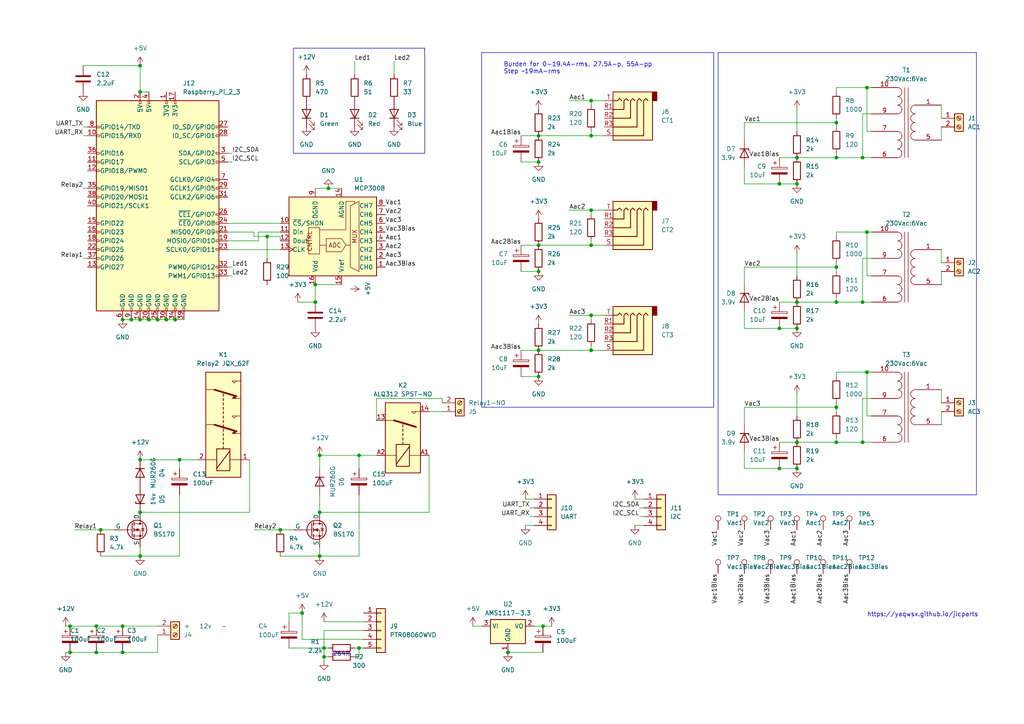
<source format=kicad_sch>
(kicad_sch (version 20230121) (generator eeschema)
  (paper "A4")
  (junction (at 92.71 161.29))
  (junction (at 231.14 45.72))
  (junction (at 250.19 128.27))
  (junction (at 231.14 95.25))
  (junction (at 171.45 39.37))
  (junction (at 93.98 187.96))
  (junction (at 104.14 132.08))
  (junction (at 87.63 177.8))
  (junction (at 43.18 92.71))
  (junction (at 91.44 87.63))
  (junction (at 92.71 148.59))
  (junction (at 242.57 35.56))
  (junction (at 242.57 118.11))
  (junction (at 27.94 189.23))
  (junction (at 251.46 25.4))
  (junction (at 231.14 53.34))
  (junction (at 156.21 71.12))
  (junction (at 156.21 101.6))
  (junction (at 38.1 92.71))
  (junction (at 77.47 68.58))
  (junction (at 242.57 128.27))
  (junction (at 156.21 39.37))
  (junction (at 40.64 148.59))
  (junction (at 40.64 26.67))
  (junction (at 40.64 133.35))
  (junction (at 81.28 153.67))
  (junction (at 40.64 92.71))
  (junction (at 48.26 92.71))
  (junction (at 226.06 135.89))
  (junction (at 171.45 60.96))
  (junction (at 231.14 128.27))
  (junction (at 95.25 54.61))
  (junction (at 35.56 92.71))
  (junction (at 156.21 109.22))
  (junction (at 226.06 53.34))
  (junction (at 171.45 91.44))
  (junction (at 20.32 189.23))
  (junction (at 157.48 181.61))
  (junction (at 226.06 95.25))
  (junction (at 40.64 19.05))
  (junction (at 171.45 71.12))
  (junction (at 27.94 181.61))
  (junction (at 92.71 132.08))
  (junction (at 251.46 67.31))
  (junction (at 35.56 181.61))
  (junction (at 156.21 46.99))
  (junction (at 104.14 187.96))
  (junction (at 251.46 107.95))
  (junction (at 242.57 77.47))
  (junction (at 156.21 78.74))
  (junction (at 250.19 87.63))
  (junction (at 250.19 45.72))
  (junction (at 52.07 133.35))
  (junction (at 231.14 135.89))
  (junction (at 29.21 153.67))
  (junction (at 242.57 87.63))
  (junction (at 50.8 92.71))
  (junction (at 171.45 29.21))
  (junction (at 91.44 82.55))
  (junction (at 171.45 101.6))
  (junction (at 40.64 161.29))
  (junction (at 93.98 190.5))
  (junction (at 35.56 189.23))
  (junction (at 20.32 181.61))
  (junction (at 147.32 189.23))
  (junction (at 231.14 87.63))
  (junction (at 45.72 92.71))
  (junction (at 242.57 45.72))
  (wire (pts (xy 250.19 45.72) (xy 252.73 45.72)))
  (wire (pts (xy 73.66 153.67) (xy 81.28 153.67)))
  (wire (pts (xy 24.13 74.93) (xy 25.4 74.93)))
  (wire (pts (xy 242.57 34.29) (xy 242.57 35.56)))
  (wire (pts (xy 250.19 33.02) (xy 250.19 45.72)))
  (wire (pts (xy 215.9 118.11) (xy 215.9 123.19)))
  (wire (pts (xy 151.13 78.74) (xy 156.21 78.74)))
  (wire (pts (xy 242.57 35.56) (xy 215.9 35.56)))
  (wire (pts (xy 102.87 17.78) (xy 102.87 21.59)))
  (wire (pts (xy 252.73 33.02) (xy 250.19 33.02)))
  (wire (pts (xy 19.05 189.23) (xy 20.32 189.23)))
  (wire (pts (xy 171.45 91.44) (xy 175.26 91.44)))
  (wire (pts (xy 67.31 80.01) (xy 66.04 80.01)))
  (wire (pts (xy 66.04 67.31) (xy 73.66 67.31)))
  (wire (pts (xy 87.63 185.42) (xy 105.41 185.42)))
  (wire (pts (xy 250.19 115.57) (xy 250.19 128.27)))
  (wire (pts (xy 226.06 95.25) (xy 231.14 95.25)))
  (wire (pts (xy 19.05 181.61) (xy 20.32 181.61)))
  (wire (pts (xy 52.07 135.89) (xy 52.07 133.35)))
  (wire (pts (xy 35.56 189.23) (xy 45.72 189.23)))
  (wire (pts (xy 27.94 181.61) (xy 35.56 181.61)))
  (wire (pts (xy 242.57 87.63) (xy 250.19 87.63)))
  (wire (pts (xy 93.98 190.5) (xy 95.25 190.5)))
  (wire (pts (xy 92.71 161.29) (xy 92.71 158.75)))
  (wire (pts (xy 74.93 67.31) (xy 81.28 67.31)))
  (wire (pts (xy 242.57 67.31) (xy 242.57 68.58)))
  (wire (pts (xy 242.57 128.27) (xy 250.19 128.27)))
  (wire (pts (xy 231.14 45.72) (xy 242.57 45.72)))
  (wire (pts (xy 171.45 91.44) (xy 171.45 92.71)))
  (wire (pts (xy 50.8 92.71) (xy 53.34 92.71)))
  (wire (pts (xy 171.45 69.85) (xy 171.45 71.12)))
  (wire (pts (xy 67.31 46.99) (xy 66.04 46.99)))
  (wire (pts (xy 252.73 67.31) (xy 251.46 67.31)))
  (wire (pts (xy 151.13 39.37) (xy 156.21 39.37)))
  (wire (pts (xy 152.4 152.4) (xy 154.94 152.4)))
  (wire (pts (xy 93.98 180.34) (xy 105.41 180.34)))
  (wire (pts (xy 124.46 132.08) (xy 124.46 148.59)))
  (wire (pts (xy 81.28 161.29) (xy 92.71 161.29)))
  (wire (pts (xy 171.45 29.21) (xy 175.26 29.21)))
  (wire (pts (xy 251.46 107.95) (xy 251.46 120.65)))
  (wire (pts (xy 171.45 60.96) (xy 175.26 60.96)))
  (wire (pts (xy 67.31 44.45) (xy 66.04 44.45)))
  (wire (pts (xy 35.56 181.61) (xy 45.72 181.61)))
  (wire (pts (xy 77.47 68.58) (xy 77.47 74.93)))
  (wire (pts (xy 273.05 36.83) (xy 273.05 40.64)))
  (wire (pts (xy 92.71 148.59) (xy 124.46 148.59)))
  (wire (pts (xy 251.46 120.65) (xy 252.73 120.65)))
  (wire (pts (xy 153.67 147.32) (xy 154.94 147.32)))
  (wire (pts (xy 153.67 149.86) (xy 154.94 149.86)))
  (wire (pts (xy 72.39 148.59) (xy 72.39 133.35)))
  (wire (pts (xy 77.47 68.58) (xy 81.28 68.58)))
  (wire (pts (xy 242.57 44.45) (xy 242.57 45.72)))
  (wire (pts (xy 171.45 29.21) (xy 171.45 30.48)))
  (wire (pts (xy 102.87 190.5) (xy 104.14 190.5)))
  (wire (pts (xy 242.57 25.4) (xy 242.57 26.67)))
  (wire (pts (xy 45.72 184.15) (xy 45.72 189.23)))
  (wire (pts (xy 93.98 187.96) (xy 93.98 190.5)))
  (wire (pts (xy 66.04 64.77) (xy 81.28 64.77)))
  (wire (pts (xy 184.15 152.4) (xy 186.69 152.4)))
  (wire (pts (xy 171.45 38.1) (xy 171.45 39.37)))
  (wire (pts (xy 226.06 135.89) (xy 231.14 135.89)))
  (wire (pts (xy 165.1 29.21) (xy 171.45 29.21)))
  (wire (pts (xy 171.45 101.6) (xy 175.26 101.6)))
  (wire (pts (xy 92.71 132.08) (xy 104.14 132.08)))
  (wire (pts (xy 87.63 177.8) (xy 83.82 177.8)))
  (wire (pts (xy 73.66 68.58) (xy 77.47 68.58)))
  (wire (pts (xy 273.05 72.39) (xy 273.05 76.2)))
  (wire (pts (xy 171.45 71.12) (xy 175.26 71.12)))
  (wire (pts (xy 40.64 26.67) (xy 43.18 26.67)))
  (wire (pts (xy 151.13 101.6) (xy 156.21 101.6)))
  (wire (pts (xy 252.73 74.93) (xy 250.19 74.93)))
  (wire (pts (xy 45.72 92.71) (xy 48.26 92.71)))
  (wire (pts (xy 273.05 113.03) (xy 273.05 116.84)))
  (wire (pts (xy 67.31 77.47) (xy 66.04 77.47)))
  (wire (pts (xy 215.9 48.26) (xy 215.9 53.34)))
  (wire (pts (xy 231.14 31.75) (xy 231.14 38.1)))
  (wire (pts (xy 242.57 35.56) (xy 242.57 36.83)))
  (wire (pts (xy 226.06 135.89) (xy 215.9 135.89)))
  (wire (pts (xy 156.21 101.6) (xy 171.45 101.6)))
  (wire (pts (xy 273.05 78.74) (xy 273.05 82.55)))
  (wire (pts (xy 215.9 77.47) (xy 215.9 82.55)))
  (wire (pts (xy 242.57 107.95) (xy 251.46 107.95)))
  (wire (pts (xy 29.21 161.29) (xy 40.64 161.29)))
  (wire (pts (xy 185.42 147.32) (xy 186.69 147.32)))
  (wire (pts (xy 156.21 39.37) (xy 171.45 39.37)))
  (wire (pts (xy 242.57 25.4) (xy 251.46 25.4)))
  (wire (pts (xy 29.21 153.67) (xy 33.02 153.67)))
  (wire (pts (xy 231.14 114.3) (xy 231.14 120.65)))
  (wire (pts (xy 114.3 17.78) (xy 114.3 21.59)))
  (wire (pts (xy 92.71 143.51) (xy 92.71 148.59)))
  (wire (pts (xy 252.73 107.95) (xy 251.46 107.95)))
  (wire (pts (xy 104.14 143.51) (xy 104.14 161.29)))
  (wire (pts (xy 242.57 116.84) (xy 242.57 118.11)))
  (wire (pts (xy 242.57 67.31) (xy 251.46 67.31)))
  (wire (pts (xy 242.57 107.95) (xy 242.57 109.22)))
  (wire (pts (xy 252.73 25.4) (xy 251.46 25.4)))
  (wire (pts (xy 151.13 71.12) (xy 156.21 71.12)))
  (wire (pts (xy 81.28 153.67) (xy 85.09 153.67)))
  (wire (pts (xy 242.57 45.72) (xy 250.19 45.72)))
  (wire (pts (xy 43.18 92.71) (xy 45.72 92.71)))
  (wire (pts (xy 171.45 100.33) (xy 171.45 101.6)))
  (wire (pts (xy 171.45 39.37) (xy 175.26 39.37)))
  (wire (pts (xy 20.32 189.23) (xy 27.94 189.23)))
  (wire (pts (xy 24.13 19.05) (xy 40.64 19.05)))
  (wire (pts (xy 52.07 133.35) (xy 57.15 133.35)))
  (wire (pts (xy 48.26 92.71) (xy 50.8 92.71)))
  (wire (pts (xy 24.13 54.61) (xy 25.4 54.61)))
  (wire (pts (xy 273.05 30.48) (xy 273.05 34.29)))
  (wire (pts (xy 242.57 86.36) (xy 242.57 87.63)))
  (wire (pts (xy 66.04 72.39) (xy 81.28 72.39)))
  (wire (pts (xy 226.06 53.34) (xy 231.14 53.34)))
  (wire (pts (xy 251.46 80.01) (xy 252.73 80.01)))
  (wire (pts (xy 215.9 90.17) (xy 215.9 95.25)))
  (wire (pts (xy 83.82 187.96) (xy 93.98 187.96)))
  (wire (pts (xy 35.56 92.71) (xy 38.1 92.71)))
  (wire (pts (xy 226.06 128.27) (xy 231.14 128.27)))
  (wire (pts (xy 81.28 68.58) (xy 81.28 69.85)))
  (wire (pts (xy 147.32 189.23) (xy 157.48 189.23)))
  (wire (pts (xy 40.64 148.59) (xy 72.39 148.59)))
  (wire (pts (xy 24.13 36.83) (xy 25.4 36.83)))
  (wire (pts (xy 215.9 35.56) (xy 215.9 40.64)))
  (wire (pts (xy 226.06 87.63) (xy 231.14 87.63)))
  (wire (pts (xy 104.14 161.29) (xy 92.71 161.29)))
  (wire (pts (xy 226.06 45.72) (xy 231.14 45.72)))
  (wire (pts (xy 38.1 92.71) (xy 40.64 92.71)))
  (wire (pts (xy 171.45 60.96) (xy 171.45 62.23)))
  (wire (pts (xy 87.63 177.8) (xy 87.63 185.42)))
  (wire (pts (xy 95.25 54.61) (xy 99.06 54.61)))
  (wire (pts (xy 242.57 77.47) (xy 215.9 77.47)))
  (wire (pts (xy 104.14 132.08) (xy 109.22 132.08)))
  (wire (pts (xy 83.82 177.8) (xy 83.82 180.34)))
  (wire (pts (xy 104.14 190.5) (xy 104.14 187.96)))
  (wire (pts (xy 165.1 60.96) (xy 171.45 60.96)))
  (wire (pts (xy 91.44 87.63) (xy 91.44 82.55)))
  (wire (pts (xy 154.94 181.61) (xy 157.48 181.61)))
  (wire (pts (xy 242.57 127) (xy 242.57 128.27)))
  (wire (pts (xy 156.21 71.12) (xy 171.45 71.12)))
  (wire (pts (xy 251.46 67.31) (xy 251.46 80.01)))
  (wire (pts (xy 40.64 19.05) (xy 40.64 26.67)))
  (wire (pts (xy 231.14 73.66) (xy 231.14 80.01)))
  (wire (pts (xy 109.22 115.57) (xy 109.22 121.92)))
  (wire (pts (xy 252.73 115.57) (xy 250.19 115.57)))
  (wire (pts (xy 20.32 181.61) (xy 27.94 181.61)))
  (wire (pts (xy 93.98 187.96) (xy 95.25 187.96)))
  (wire (pts (xy 242.57 118.11) (xy 215.9 118.11)))
  (wire (pts (xy 185.42 149.86) (xy 186.69 149.86)))
  (wire (pts (xy 40.64 161.29) (xy 52.07 161.29)))
  (wire (pts (xy 93.98 190.5) (xy 93.98 191.77)))
  (wire (pts (xy 184.15 144.78) (xy 186.69 144.78)))
  (wire (pts (xy 151.13 46.99) (xy 156.21 46.99)))
  (wire (pts (xy 242.57 76.2) (xy 242.57 77.47)))
  (wire (pts (xy 27.94 189.23) (xy 35.56 189.23)))
  (wire (pts (xy 273.05 119.38) (xy 273.05 123.19)))
  (wire (pts (xy 250.19 128.27) (xy 252.73 128.27)))
  (wire (pts (xy 157.48 181.61) (xy 160.02 181.61)))
  (wire (pts (xy 74.93 69.85) (xy 74.93 67.31)))
  (wire (pts (xy 137.16 181.61) (xy 139.7 181.61)))
  (wire (pts (xy 86.36 87.63) (xy 91.44 87.63)))
  (wire (pts (xy 21.59 153.67) (xy 29.21 153.67)))
  (wire (pts (xy 104.14 132.08) (xy 104.14 135.89)))
  (wire (pts (xy 152.4 144.78) (xy 154.94 144.78)))
  (wire (pts (xy 102.87 187.96) (xy 104.14 187.96)))
  (wire (pts (xy 73.66 67.31) (xy 73.66 68.58)))
  (wire (pts (xy 242.57 77.47) (xy 242.57 78.74)))
  (wire (pts (xy 40.64 158.75) (xy 40.64 161.29)))
  (wire (pts (xy 165.1 91.44) (xy 171.45 91.44)))
  (wire (pts (xy 215.9 130.81) (xy 215.9 135.89)))
  (wire (pts (xy 91.44 54.61) (xy 95.25 54.61)))
  (wire (pts (xy 104.14 187.96) (xy 105.41 187.96)))
  (wire (pts (xy 105.41 182.88) (xy 93.98 182.88)))
  (wire (pts (xy 251.46 38.1) (xy 252.73 38.1)))
  (wire (pts (xy 226.06 95.25) (xy 215.9 95.25)))
  (wire (pts (xy 151.13 109.22) (xy 156.21 109.22)))
  (wire (pts (xy 231.14 87.63) (xy 242.57 87.63)))
  (wire (pts (xy 124.46 119.38) (xy 128.27 119.38)))
  (wire (pts (xy 52.07 143.51) (xy 52.07 161.29)))
  (wire (pts (xy 92.71 132.08) (xy 92.71 135.89)))
  (wire (pts (xy 40.64 133.35) (xy 52.07 133.35)))
  (wire (pts (xy 93.98 182.88) (xy 93.98 187.96)))
  (wire (pts (xy 40.64 92.71) (xy 43.18 92.71)))
  (wire (pts (xy 242.57 118.11) (xy 242.57 119.38)))
  (wire (pts (xy 250.19 87.63) (xy 252.73 87.63)))
  (wire (pts (xy 226.06 53.34) (xy 215.9 53.34)))
  (wire (pts (xy 109.22 115.57) (xy 128.27 115.57)))
  (wire (pts (xy 66.04 69.85) (xy 74.93 69.85)))
  (wire (pts (xy 250.19 74.93) (xy 250.19 87.63)))
  (wire (pts (xy 231.14 128.27) (xy 242.57 128.27)))
  (wire (pts (xy 91.44 82.55) (xy 99.06 82.55)))
  (wire (pts (xy 128.27 115.57) (xy 128.27 116.84)))
  (wire (pts (xy 24.13 39.37) (xy 25.4 39.37)))
  (wire (pts (xy 251.46 25.4) (xy 251.46 38.1)))
  (rectangle (start 139.7 15.24) (end 207.01 118.11))
  (rectangle (start 208.28 15.24) (end 283.21 143.51))
  (rectangle (start 85.09 13.97) (end 123.19 44.45))
  (text "https://yaqwsx.github.io/jlcparts" (at 251.46 179.07 0) (effects (font (size 1.27 1.27)) (justify left bottom)))
  (text "Burden for 0-19.4A-rms, 27.5A-p, 55A-pp\nStep ~19mA-rms" (at 146.05 21.59 0) (effects (font (size 1.27 1.27)) (justify left bottom)))
  (text "264R" (at 96.52 190.5 0) (effects (font (size 1.27 1.27)) (justify left bottom)))
  (label "Aac2Bias" (at 151.13 71.12 180))
  (label "Aac1" (at 111.76 69.85 0))
  (label "Vac2Bias" (at 215.9 166.37 270))
  (label "Relay2" (at 73.66 153.67 0))
  (label "Vac2" (at 111.76 62.23 0))
  (label "I2C_SDA" (at 185.42 147.32 180))
  (label "Vac2" (at 215.9 77.47 0))
  (label "Vac3Bias" (at 111.76 67.31 0))
  (label "Aac2" (at 238.76 153.67 270))
  (label "Vac1" (at 215.9 35.56 0))
  (label "I2C_SCL" (at 185.42 149.86 180))
  (label "Vac1Bias" (at 208.28 166.37 270))
  (label "Vac3" (at 223.52 153.67 270))
  (label "Aac1Bias" (at 151.13 39.37 180))
  (label "I2C_SCL" (at 67.31 46.99 0))
  (label "Aac2" (at 111.76 72.39 0))
  (label "Aac3Bias" (at 151.13 101.6 180))
  (label "Relay1" (at 21.59 153.67 0))
  (label "Led1" (at 67.31 77.47 0))
  (label "Aac3" (at 246.38 153.67 270))
  (label "Vac3Bias" (at 226.06 128.27 180))
  (label "Vac2" (at 215.9 153.67 270))
  (label "Aac2Bias" (at 238.76 166.37 270))
  (label "Aac1Bias" (at 231.14 166.37 270))
  (label "Led2" (at 114.3 17.78 0))
  (label "Aac3Bias" (at 246.38 166.37 270))
  (label "Aac1" (at 165.1 29.21 0))
  (label "UART_RX" (at 153.67 149.86 180))
  (label "Vac2Bias" (at 226.06 87.63 180))
  (label "Vac1" (at 208.28 153.67 270))
  (label "UART_TX" (at 153.67 147.32 180))
  (label "Relay2" (at 24.13 54.61 180))
  (label "Relay1" (at 24.13 74.93 180))
  (label "UART_TX" (at 24.13 36.83 180))
  (label "Vac1Bias" (at 226.06 45.72 180))
  (label "Aac3Bias" (at 111.76 77.47 0))
  (label "Aac3" (at 165.1 91.44 0))
  (label "Aac2" (at 165.1 60.96 0))
  (label "UART_RX" (at 24.13 39.37 180))
  (label "Led1" (at 102.87 17.78 0))
  (label "Vac3Bias" (at 223.52 166.37 270))
  (label "Vac3" (at 111.76 64.77 0))
  (label "I2C_SDA" (at 67.31 44.45 0))
  (label "Vac1" (at 111.76 59.69 0))
  (label "Led2" (at 67.31 80.01 0))
  (label "Aac3" (at 111.76 74.93 0))
  (label "Aac1" (at 231.14 153.67 270))
  (label "Vac3" (at 215.9 118.11 0))
  (symbol (lib_id "Connector:TestPoint") (at 246.38 153.67 0) (unit 1)
    (property "Reference" "TP6" (at 248.92 149.098 0) (effects (justify left)))
    (property "Value" "Aac3" (at 248.92 151.638 0) (effects (justify left)))
    (property "Footprint" "TestPoint:TestPoint_Pad_D1.0mm" (effects hide))
  )
  (symbol (lib_id "power:+12V") (at 92.71 132.08 0) (unit 1)
    (property "Reference" "#PWR012" (effects hide))
    (property "Value" "+12V" (at 92.71 127 0))
  )
  (symbol (lib_id "Connector:TestPoint") (at 231.14 153.67 0) (unit 1)
    (property "Reference" "TP4" (at 233.68 149.098 0) (effects (justify left)))
    (property "Value" "Aac1" (at 233.68 151.638 0) (effects (justify left)))
    (property "Footprint" "TestPoint:TestPoint_Pad_D1.0mm" (effects hide))
  )
  (symbol (lib_id "power:GND") (at 91.44 95.25 0) (unit 1)
    (property "Reference" "#PWR011" (effects hide))
    (property "Value" "GND" (at 91.44 100.33 0))
  )
  (symbol (lib_id "Simulation_SPICE:NMOS") (at 90.17 153.67 0) (unit 1)
    (property "Reference" "Q2" (at 96.52 152.4 0) (effects (justify left)))
    (property "Value" "BS170" (at 96.52 154.94 0) (effects (justify left)))
    (property "Footprint" "Package_TO_SOT_THT:TO-92" (effects hide))
    (property "Datasheet" "https://ngspice.sourceforge.io/docs/ngspice-manual.pdf" (effects hide))
    (property "Sim.Device" "NMOS" (effects hide))
    (property "Sim.Type" "VDMOS" (effects hide))
    (property "Sim.Pins" "1=D 2=G 3=S" (effects hide))
    (property "RS" "671-4736" (effects hide))
  )
  (symbol (lib_id "power:GND") (at 88.9 36.83 0) (unit 1)
    (property "Reference" "#PWR010" (effects hide))
    (property "Value" "GND" (at 88.9 41.91 0))
  )
  (symbol (lib_id "power:GND") (at 114.3 36.83 0) (unit 1)
    (property "Reference" "#PWR018" (effects hide))
    (property "Value" "GND" (at 114.3 41.91 0))
  )
  (symbol (lib_id "Device:C_Polarized") (at 226.06 132.08 0) (unit 1)
    (property "Reference" "C11" (at 222.25 130.81 0) (effects (justify right)))
    (property "Value" "10uF" (at 222.25 133.35 0) (effects (justify right)))
    (property "Footprint" "Capacitor_SMD:C_0805_2012Metric" (effects hide))
    (property "JLCPCB" "C15850" (effects hide))
  )
  (symbol (lib_id "Device:D_Zener") (at 215.9 86.36 270) (unit 1)
    (property "Reference" "D8" (at 213.36 85.09 90) (effects (justify right)))
    (property "Value" "3.9v" (at 213.36 87.63 90) (effects (justify right)))
    (property "Footprint" "Diode_THT:D_DO-15_P15.24mm_Horizontal" (effects hide))
    (property "RS" "654-7533" (effects hide))
  )
  (symbol (lib_id "Device:C_Polarized") (at 27.94 185.42 0) (unit 1)
    (property "Reference" "C2" (at 27.94 182.88 0) (effects (justify left)))
    (property "Value" "100uF" (at 27.94 185.42 0) (effects (justify left)))
    (property "Footprint" "Capacitor_SMD:C_1206_3216Metric" (effects hide))
    (property "JLCPCB" "C15008" (effects hide))
  )
  (symbol (lib_id "power:GND") (at 35.56 92.71 0) (unit 1)
    (property "Reference" "#PWR039" (effects hide))
    (property "Value" "GND" (at 35.56 97.79 0))
  )
  (symbol (lib_id "Device:R") (at 242.57 82.55 0) (unit 1)
    (property "Reference" "R11" (at 245.11 81.28 0) (effects (justify left)))
    (property "Value" "120" (at 245.11 83.82 0) (effects (justify left)))
    (property "Footprint" "Resistor_SMD:R_1206_3216Metric" (effects hide))
    (property "JLCPCB" "C17909" (effects hide))
  )
  (symbol (lib_id "Device:R") (at 242.57 72.39 0) (unit 1)
    (property "Reference" "R10" (at 245.11 71.12 0) (effects (justify left)))
    (property "Value" "1000" (at 245.11 73.66 0) (effects (justify left)))
    (property "Footprint" "Resistor_SMD:R_1206_3216Metric" (effects hide))
    (property "JLCPCB" "C4410" (effects hide))
  )
  (symbol (lib_id "Relay:Relay_DPDT-Coil-Terminal") (at 64.77 123.19 270) (mirror x) (unit 1)
    (property "Reference" "K1" (at 64.77 102.87 90))
    (property "Value" "Relay2 JQX_62F" (at 64.77 105.41 90))
    (property "Footprint" "Connector:KF38S-8.25-2P" (effects hide))
    (property "JLCPCB" "C707644" (effects hide))
  )
  (symbol (lib_id "power:+12V") (at 40.64 133.35 0) (unit 1)
    (property "Reference" "#PWR05" (effects hide))
    (property "Value" "+12V" (at 40.64 128.27 0))
  )
  (symbol (lib_id "Connector:TestPoint") (at 215.9 153.67 0) (unit 1)
    (property "Reference" "TP2" (at 218.44 149.098 0) (effects (justify left)))
    (property "Value" "Vac2" (at 218.44 151.638 0) (effects (justify left)))
    (property "Footprint" "TestPoint:TestPoint_Pad_D1.0mm" (effects hide))
  )
  (symbol (lib_id "Device:R") (at 102.87 25.4 0) (unit 1)
    (property "Reference" "R6" (at 105.41 24.13 0) (effects (justify left)))
    (property "Value" "51" (at 105.41 26.67 0) (effects (justify left)))
    (property "Footprint" "LED_SMD:LED_0805_2012Metric" (effects hide))
    (property "JLCPCB" "C17738" (effects hide))
  )
  (symbol (lib_id "Connector:TestPoint") (at 238.76 166.37 0) (unit 1)
    (property "Reference" "TP11" (at 241.3 161.798 0) (effects (justify left)))
    (property "Value" "Aac2Bias" (at 241.3 164.338 0) (effects (justify left)))
    (property "Footprint" "TestPoint:TestPoint_Pad_D1.0mm" (effects hide))
  )
  (symbol (lib_id "power:+5V") (at 137.16 181.61 0) (unit 1)
    (property "Reference" "#PWR019" (effects hide))
    (property "Value" "+5V" (at 137.16 176.53 0))
  )
  (symbol (lib_id "Device:R") (at 156.21 67.31 180) (unit 1)
    (property "Reference" "R25" (at 158.75 66.04 0) (effects (justify right)))
    (property "Value" "2k" (at 158.75 68.58 0) (effects (justify right)))
    (property "Footprint" "Resistor_SMD:R_0805_2012Metric" (effects hide))
    (property "JLCPCB" "C17604" (effects hide))
  )
  (symbol (lib_id "Device:R") (at 242.57 40.64 0) (unit 1)
    (property "Reference" "R9" (at 245.11 39.37 0) (effects (justify left)))
    (property "Value" "120" (at 245.11 41.91 0) (effects (justify left)))
    (property "Footprint" "Resistor_SMD:R_1206_3216Metric" (effects hide))
    (property "JLCPCB" "C17909" (effects hide))
  )
  (symbol (lib_id "power:+3V3") (at 184.15 144.78 0) (unit 1)
    (property "Reference" "#PWR030" (effects hide))
    (property "Value" "+3V3" (at 184.15 139.7 0))
  )
  (symbol (lib_id "Connector:TestPoint") (at 223.52 153.67 0) (unit 1)
    (property "Reference" "TP3" (at 226.06 149.098 0) (effects (justify left)))
    (property "Value" "Vac3" (at 226.06 151.638 0) (effects (justify left)))
    (property "Footprint" "TestPoint:TestPoint_Pad_D1.0mm" (effects hide))
  )
  (symbol (lib_id "Device:C_Polarized") (at 151.13 43.18 0) (unit 1)
    (property "Reference" "C6" (at 147.32 41.91 0) (effects (justify right)))
    (property "Value" "10uF" (at 147.32 44.45 0) (effects (justify right)))
    (property "Footprint" "Capacitor_SMD:C_0805_2012Metric" (effects hide))
    (property "JLCPCB" "C15850" (effects hide))
  )
  (symbol (lib_id "Connector:Screw_Terminal_01x02") (at 278.13 76.2 0) (unit 1)
    (property "Reference" "J2" (at 280.67 76.2 0) (effects (justify left)))
    (property "Value" "AC2" (at 280.67 78.74 0) (effects (justify left)))
    (property "Footprint" "Connector:KF38S-8.25-2P" (effects hide))
    (property "JLCPCB" "C707644" (effects hide))
  )
  (symbol (lib_id "power:+3V3") (at 156.21 93.98 0) (unit 1)
    (property "Reference" "#PWR027" (effects hide))
    (property "Value" "+3V3" (at 156.21 88.9 0))
  )
  (symbol (lib_id "Connector_Audio:AudioJack5") (at 180.34 66.04 180) (unit 1)
    (property "Reference" "J7" (at 191.77 64.135 0) (effects (justify right)))
    (property "Value" "CT2" (at 191.77 66.675 0) (effects (justify right)))
    (property "Footprint" "Connector_Audio:Jack_3.5mm-ACJS-NV35-5" (effects hide))
    (property "RS" "813-8879" (effects hide))
  )
  (symbol (lib_id "Connector:TestPoint") (at 238.76 153.67 0) (unit 1)
    (property "Reference" "TP5" (at 241.3 149.098 0) (effects (justify left)))
    (property "Value" "Aac2" (at 241.3 151.638 0) (effects (justify left)))
    (property "Footprint" "TestPoint:TestPoint_Pad_D1.0mm" (effects hide))
  )
  (symbol (lib_id "power:GND") (at 156.21 46.99 0) (unit 1)
    (property "Reference" "#PWR024" (effects hide))
    (property "Value" "GND" (at 156.21 52.07 0))
  )
  (symbol (lib_id "Device:C") (at 91.44 91.44 0) (unit 1)
    (property "Reference" "C14" (at 95.25 90.17 0) (effects (justify left)))
    (property "Value" "2.2uF" (at 95.25 92.71 0) (effects (justify left)))
    (property "Footprint" "Capacitor_SMD:C_1206_3216Metric" (effects hide))
    (property "JLCPCB" "C50254" (effects hide))
  )
  (symbol (lib_id "Device:Transformer_1P_2S_Myrra") (at 262.89 77.47 180) (unit 1)
    (property "Reference" "T2" (at 262.89 62.23 0))
    (property "Value" "230Vac:6Vac" (at 262.89 64.77 0))
    (property "Footprint" "Transformer_THT:Myrra PCB Transformer" (effects hide))
    (property "RS" "173-9658" (effects hide))
  )
  (symbol (lib_id "Connector_Generic:Conn_01x04") (at 191.77 147.32 0) (unit 1)
    (property "Reference" "J11" (at 194.31 147.32 0) (effects (justify left)))
    (property "Value" "I2C" (at 194.31 149.86 0) (effects (justify left)))
    (property "Footprint" "Connector_PinHeader_2.54mm:PinHeader_1x04_P2.54mm_Vertical" (effects hide))
  )
  (symbol (lib_id "power:+3V3") (at 156.21 31.75 0) (unit 1)
    (property "Reference" "#PWR023" (effects hide))
    (property "Value" "+3V3" (at 156.21 26.67 0))
  )
  (symbol (lib_id "power:GND") (at 231.14 53.34 0) (unit 1)
    (property "Reference" "#PWR033" (effects hide))
    (property "Value" "GND" (at 231.14 58.42 0))
  )
  (symbol (lib_id "Device:R") (at 88.9 25.4 0) (unit 1)
    (property "Reference" "R5" (at 91.44 24.13 0) (effects (justify left)))
    (property "Value" "470" (at 91.44 26.67 0) (effects (justify left)))
    (property "Footprint" "LED_SMD:LED_0805_2012Metric" (effects hide))
    (property "JLCPCB" "C17710" (effects hide))
  )
  (symbol (lib_id "Device:R") (at 171.45 34.29 0) (unit 1)
    (property "Reference" "R20" (at 168.91 33.02 0) (effects (justify right)))
    (property "Value" "120" (at 168.91 35.56 0) (effects (justify right)))
    (property "Footprint" "Resistor_SMD:R_0805_2012Metric" (effects hide))
    (property "JLCPCB" "C17437" (effects hide))
  )
  (symbol (lib_id "Device:R") (at 114.3 25.4 0) (unit 1)
    (property "Reference" "R7" (at 116.84 24.13 0) (effects (justify left)))
    (property "Value" "33" (at 116.84 26.67 0) (effects (justify left)))
    (property "Footprint" "LED_SMD:LED_0805_2012Metric" (effects hide))
    (property "JLCPCB" "C17634" (effects hide))
  )
  (symbol (lib_id "power:GND") (at 156.21 109.22 0) (unit 1)
    (property "Reference" "#PWR028" (effects hide))
    (property "Value" "GND" (at 156.21 114.3 0))
  )
  (symbol (lib_id "Device:R") (at 231.14 132.08 0) (unit 1)
    (property "Reference" "R19" (at 233.68 130.81 0) (effects (justify left)))
    (property "Value" "2k" (at 233.68 133.35 0) (effects (justify left)))
    (property "Footprint" "Resistor_SMD:R_0805_2012Metric" (effects hide))
    (property "JLCPCB" "C17604" (effects hide))
  )
  (symbol (lib_id "Device:D_Zener") (at 215.9 44.45 270) (unit 1)
    (property "Reference" "D7" (at 213.36 43.18 90) (effects (justify right)))
    (property "Value" "3.9v" (at 213.36 45.72 90) (effects (justify right)))
    (property "Footprint" "Diode_THT:D_DO-15_P15.24mm_Horizontal" (effects hide))
    (property "RS" "654-7533" (effects hide))
  )
  (symbol (lib_id "Device:Transformer_1P_2S_Myrra") (at 262.89 118.11 180) (unit 1)
    (property "Reference" "T3" (at 262.89 102.87 0))
    (property "Value" "230Vac:6Vac" (at 262.89 105.41 0))
    (property "Footprint" "Transformer_THT:Myrra PCB Transformer" (effects hide))
    (property "RS" "173-9658" (effects hide))
  )
  (symbol (lib_id "Device:R") (at 156.21 74.93 0) (unit 1)
    (property "Reference" "R26" (at 158.75 73.66 0) (effects (justify left)))
    (property "Value" "2k" (at 158.75 76.2 0) (effects (justify left)))
    (property "Footprint" "Resistor_SMD:R_0805_2012Metric" (effects hide))
    (property "JLCPCB" "C17604" (effects hide))
  )
  (symbol (lib_id "Connector_Generic:Conn_01x04") (at 160.02 147.32 0) (unit 1)
    (property "Reference" "J10" (at 162.56 147.32 0) (effects (justify left)))
    (property "Value" "UART" (at 162.56 149.86 0) (effects (justify left)))
    (property "Footprint" "Connector_PinHeader_2.54mm:PinHeader_1x04_P2.54mm_Vertical" (effects hide))
  )
  (symbol (lib_id "Connector_Audio:AudioJack5") (at 180.34 34.29 180) (unit 1)
    (property "Reference" "J6" (at 191.77 32.385 0) (effects (justify right)))
    (property "Value" "CT1" (at 191.77 34.925 0) (effects (justify right)))
    (property "Footprint" "Connector_Audio:Jack_3.5mm-ACJS-NV35-5" (effects hide))
    (property "RS" "813-8879" (effects hide))
  )
  (symbol (lib_id "power:+3V3") (at 86.36 87.63 0) (unit 1)
    (property "Reference" "#PWR07" (effects hide))
    (property "Value" "+3V3" (at 86.36 82.55 0))
  )
  (symbol (lib_id "power:GND") (at 231.14 135.89 0) (unit 1)
    (property "Reference" "#PWR037" (effects hide))
    (property "Value" "GND" (at 231.14 140.97 0))
  )
  (symbol (lib_id "Device:C_Polarized") (at 226.06 91.44 0) (unit 1)
    (property "Reference" "C10" (at 222.25 90.17 0) (effects (justify right)))
    (property "Value" "10uF" (at 222.25 92.71 0) (effects (justify right)))
    (property "Footprint" "Capacitor_SMD:C_0805_2012Metric" (effects hide))
    (property "JLCPCB" "C15850" (effects hide))
  )
  (symbol (lib_id "Regulator_Linear:AMS1117-3.3") (at 147.32 181.61 0) (unit 1)
    (property "Reference" "U2" (at 147.32 175.26 0))
    (property "Value" "AMS1117-3.3" (at 147.32 177.8 0))
    (property "Footprint" "Package_TO_SOT_SMD:SOT-223-3_TabPin2" (effects hide))
    (property "Datasheet" "http://www.advanced-monolithic.com/pdf/ds1117.pdf" (effects hide))
    (property "JLCPCB" "C6186" (effects hide))
  )
  (symbol (lib_id "power:GND") (at 92.71 161.29 0) (unit 1)
    (property "Reference" "#PWR013" (effects hide))
    (property "Value" "GND" (at 92.71 166.37 0))
  )
  (symbol (lib_id "Device:C_Polarized") (at 151.13 105.41 0) (unit 1)
    (property "Reference" "C8" (at 147.32 104.14 0) (effects (justify right)))
    (property "Value" "10uF" (at 147.32 106.68 0) (effects (justify right)))
    (property "Footprint" "Capacitor_SMD:C_0805_2012Metric" (effects hide))
    (property "JLCPCB" "C15850" (effects hide))
  )
  (symbol (lib_id "Device:LED") (at 102.87 33.02 90) (unit 1)
    (property "Reference" "D2" (at 106.68 33.3375 90) (effects (justify right)))
    (property "Value" "Red" (at 106.68 35.8775 90) (effects (justify right)))
    (property "Footprint" "LED_SMD:LED_0805_2012Metric" (effects hide))
    (property "JLCPCB" "C84256" (effects hide))
  )
  (symbol (lib_id "Device:R") (at 81.28 157.48 0) (unit 1)
    (property "Reference" "R4" (at 83.82 156.21 0) (effects (justify left)))
    (property "Value" "4.7k" (at 83.82 158.75 0) (effects (justify left)))
    (property "Footprint" "Resistor_SMD:R_0805_2012Metric" (effects hide))
    (property "JLCPCB" "C17673" (effects hide))
  )
  (symbol (lib_id "Device:C_Polarized") (at 35.56 185.42 0) (unit 1)
    (property "Reference" "C3" (at 36.83 182.88 0) (effects (justify left)))
    (property "Value" "100uF" (at 36.83 185.42 0) (effects (justify left)))
    (property "Footprint" "Capacitor_SMD:C_1206_3216Metric" (effects hide))
    (property "JLCPCB" "C15008" (effects hide))
  )
  (symbol (lib_id "Device:R") (at 156.21 97.79 180) (unit 1)
    (property "Reference" "R27" (at 158.75 96.52 0) (effects (justify right)))
    (property "Value" "2k" (at 158.75 99.06 0) (effects (justify right)))
    (property "Footprint" "Resistor_SMD:R_0805_2012Metric" (effects hide))
    (property "JLCPCB" "C17604" (effects hide))
  )
  (symbol (lib_id "power:GND") (at 19.05 189.23 0) (unit 1)
    (property "Reference" "#PWR02" (effects hide))
    (property "Value" "GND" (at 19.05 194.31 0))
  )
  (symbol (lib_id "power:GND") (at 93.98 191.77 0) (unit 1)
    (property "Reference" "#PWR015" (effects hide))
    (property "Value" "GND" (at 93.98 196.85 0))
  )
  (symbol (lib_id "power:+5V") (at 101.6 83.82 270) (unit 1)
    (property "Reference" "#PWR016" (effects hide))
    (property "Value" "+5V" (at 106.68 83.82 0))
  )
  (symbol (lib_id "Connector:TestPoint") (at 215.9 166.37 0) (unit 1)
    (property "Reference" "TP8" (at 218.44 161.798 0) (effects (justify left)))
    (property "Value" "Vac2Bias" (at 218.44 164.338 0) (effects (justify left)))
    (property "Footprint" "TestPoint:TestPoint_Pad_D1.0mm" (effects hide))
  )
  (symbol (lib_id "power:+12V") (at 93.98 180.34 0) (unit 1)
    (property "Reference" "#PWR014" (effects hide))
    (property "Value" "+12V" (at 93.98 175.26 0))
  )
  (symbol (lib_id "Connector:TestPoint") (at 231.14 166.37 0) (unit 1)
    (property "Reference" "TP10" (at 233.68 161.798 0) (effects (justify left)))
    (property "Value" "Aac1Bias" (at 233.68 164.338 0) (effects (justify left)))
    (property "Footprint" "TestPoint:TestPoint_Pad_D1.0mm" (effects hide))
  )
  (symbol (lib_id "Device:R") (at 171.45 96.52 0) (unit 1)
    (property "Reference" "R22" (at 168.91 95.25 0) (effects (justify right)))
    (property "Value" "120" (at 168.91 97.79 0) (effects (justify right)))
    (property "Footprint" "Resistor_SMD:R_0805_2012Metric" (effects hide))
    (property "JLCPCB" "C17437" (effects hide))
  )
  (symbol (lib_id "power:+3V3") (at 231.14 114.3 0) (unit 1)
    (property "Reference" "#PWR036" (effects hide))
    (property "Value" "+3V3" (at 231.14 109.22 0))
  )
  (symbol (lib_id "Device:R") (at 231.14 124.46 180) (unit 1)
    (property "Reference" "R18" (at 233.68 123.19 0) (effects (justify right)))
    (property "Value" "2k" (at 233.68 125.73 0) (effects (justify right)))
    (property "Footprint" "Resistor_SMD:R_0805_2012Metric" (effects hide))
    (property "JLCPCB" "C17604" (effects hide))
  )
  (symbol (lib_id "Connector:TestPoint") (at 246.38 166.37 0) (unit 1)
    (property "Reference" "TP12" (at 248.92 161.798 0) (effects (justify left)))
    (property "Value" "Aac3Bias" (at 248.92 164.338 0) (effects (justify left)))
    (property "Footprint" "TestPoint:TestPoint_Pad_D1.0mm" (effects hide))
  )
  (symbol (lib_id "Device:R") (at 29.21 157.48 0) (unit 1)
    (property "Reference" "R3" (at 31.75 156.21 0) (effects (justify left)))
    (property "Value" "4.7k" (at 31.75 158.75 0) (effects (justify left)))
    (property "Footprint" "Resistor_SMD:R_0805_2012Metric" (effects hide))
    (property "JLCPCB" "C17673" (effects hide))
  )
  (symbol (lib_id "power:GND") (at 184.15 152.4 0) (unit 1)
    (property "Reference" "#PWR031" (effects hide))
    (property "Value" "GND" (at 184.15 157.48 0))
  )
  (symbol (lib_id "power:GND") (at 152.4 152.4 0) (unit 1)
    (property "Reference" "#PWR022" (effects hide))
    (property "Value" "GND" (at 152.4 157.48 0))
  )
  (symbol (lib_id "power:+12V") (at 19.05 181.61 0) (unit 1)
    (property "Reference" "#PWR01" (effects hide))
    (property "Value" "+12V" (at 19.05 176.53 0))
  )
  (symbol (lib_id "Connector_Audio:AudioJack5") (at 180.34 96.52 180) (unit 1)
    (property "Reference" "J8" (at 191.77 94.615 0) (effects (justify right)))
    (property "Value" "CT3" (at 191.77 97.155 0) (effects (justify right)))
    (property "Footprint" "Connector_Audio:Jack_3.5mm-ACJS-NV35-5" (effects hide))
    (property "RS" "813-8879" (effects hide))
  )
  (symbol (lib_id "power:+5V") (at 40.64 19.05 0) (unit 1)
    (property "Reference" "#PWR04" (effects hide))
    (property "Value" "+5V" (at 40.64 13.97 0))
  )
  (symbol (lib_id "Device:C_Polarized") (at 83.82 184.15 0) (unit 1)
    (property "Reference" "C4" (at 74.93 181.61 0) (effects (justify left)))
    (property "Value" "100uF" (at 74.93 184.15 0) (effects (justify left)))
    (property "Footprint" "Capacitor_SMD:C_1206_3216Metric" (effects hide))
    (property "JLCPCB" "C15008" (effects hide))
  )
  (symbol (lib_id "Device:R") (at 242.57 113.03 0) (unit 1)
    (property "Reference" "R12" (at 245.11 111.76 0) (effects (justify left)))
    (property "Value" "1000" (at 245.11 114.3 0) (effects (justify left)))
    (property "Footprint" "Resistor_SMD:R_1206_3216Metric" (effects hide))
    (property "JLCPCB" "C4410" (effects hide))
  )
  (symbol (lib_id "Device:C_Polarized") (at 20.32 185.42 0) (unit 1)
    (property "Reference" "C1" (at 20.32 182.88 0) (effects (justify left)))
    (property "Value" "100uF" (at 20.32 185.42 0) (effects (justify left)))
    (property "Footprint" "Capacitor_SMD:C_1206_3216Metric" (effects hide))
    (property "JLCPCB" "C15008" (effects hide))
  )
  (symbol (lib_id "Device:LED") (at 114.3 33.02 90) (unit 1)
    (property "Reference" "D3" (at 118.11 33.3375 90) (effects (justify right)))
    (property "Value" "Blue" (at 118.11 35.8775 90) (effects (justify right)))
    (property "Footprint" "LED_SMD:LED_0805_2012Metric" (effects hide))
    (property "JLCPCB" "C34499" (effects hide))
  )
  (symbol (lib_id "power:GND") (at 231.14 95.25 0) (unit 1)
    (property "Reference" "#PWR035" (effects hide))
    (property "Value" "GND" (at 231.14 100.33 0))
  )
  (symbol (lib_id "power:GND") (at 147.32 189.23 0) (unit 1)
    (property "Reference" "#PWR020" (effects hide))
    (property "Value" "GND" (at 147.32 194.31 0))
  )
  (symbol (lib_id "Device:R") (at 156.21 105.41 0) (unit 1)
    (property "Reference" "R28" (at 158.75 104.14 0) (effects (justify left)))
    (property "Value" "2k" (at 158.75 106.68 0) (effects (justify left)))
    (property "Footprint" "Resistor_SMD:R_0805_2012Metric" (effects hide))
    (property "JLCPCB" "C17604" (effects hide))
  )
  (symbol (lib_id "Device:C_Polarized") (at 52.07 139.7 0) (unit 1)
    (property "Reference" "C13" (at 55.88 137.541 0) (effects (justify left)))
    (property "Value" "100uF" (at 55.88 140.081 0) (effects (justify left)))
    (property "Footprint" "Capacitor_SMD:C_1206_3216Metric" (effects hide))
    (property "JLCPCB" "C15008" (effects hide))
  )
  (symbol (lib_id "Device:C_Polarized") (at 151.13 74.93 0) (unit 1)
    (property "Reference" "C7" (at 147.32 73.66 0) (effects (justify right)))
    (property "Value" "10uF" (at 147.32 76.2 0) (effects (justify right)))
    (property "Footprint" "Capacitor_SMD:C_0805_2012Metric" (effects hide))
    (property "JLCPCB" "C15850" (effects hide))
  )
  (symbol (lib_id "Device:R") (at 242.57 123.19 0) (unit 1)
    (property "Reference" "R13" (at 245.11 121.92 0) (effects (justify left)))
    (property "Value" "120" (at 245.11 124.46 0) (effects (justify left)))
    (property "Footprint" "Resistor_SMD:R_1206_3216Metric" (effects hide))
    (property "JLCPCB" "C17909" (effects hide))
  )
  (symbol (lib_id "power:GND") (at 156.21 78.74 0) (unit 1)
    (property "Reference" "#PWR026" (effects hide))
    (property "Value" "GND" (at 156.21 83.82 0))
  )
  (symbol (lib_id "Device:C_Polarized") (at 104.14 139.7 0) (unit 1)
    (property "Reference" "C15" (at 107.95 137.541 0) (effects (justify left)))
    (property "Value" "100uF" (at 107.95 140.081 0) (effects (justify left)))
    (property "Footprint" "Capacitor_SMD:C_1206_3216Metric" (effects hide))
    (property "JLCPCB" "C15008" (effects hide))
  )
  (symbol (lib_id "Connector:Screw_Terminal_01x02") (at 133.35 119.38 0) (mirror x) (unit 1)
    (property "Reference" "J5" (at 135.89 119.38 0) (effects (justify left)))
    (property "Value" "Relay1-NO" (at 135.89 116.84 0) (effects (justify left)))
    (property "Footprint" "Connector:KF38S-8.25-2P" (effects hide))
    (property "JLCPCB" "C707644" (effects hide))
  )
  (symbol (lib_id "Device:D_Zener") (at 215.9 127 270) (unit 1)
    (property "Reference" "D9" (at 213.36 125.73 90) (effects (justify right)))
    (property "Value" "3.9v" (at 213.36 128.27 90) (effects (justify right)))
    (property "Footprint" "Diode_THT:D_DO-15_P15.24mm_Horizontal" (effects hide))
    (property "RS" "654-7533" (effects hide))
  )
  (symbol (lib_id "Device:C_Polarized") (at 226.06 49.53 0) (unit 1)
    (property "Reference" "C9" (at 222.25 48.26 0) (effects (justify right)))
    (property "Value" "10uF" (at 222.25 50.8 0) (effects (justify right)))
    (property "Footprint" "Capacitor_SMD:C_0805_2012Metric" (effects hide))
    (property "JLCPCB" "C15850" (effects hide))
  )
  (symbol (lib_id "Device:R") (at 242.57 30.48 0) (unit 1)
    (property "Reference" "R8" (at 245.11 29.21 0) (effects (justify left)))
    (property "Value" "1000" (at 245.11 31.75 0) (effects (justify left)))
    (property "Footprint" "Resistor_SMD:R_1206_3216Metric" (effects hide))
    (property "JLCPCB" "C4410" (effects hide))
  )
  (symbol (lib_id "Analog_ADC:MCP3008") (at 96.52 69.85 180) (unit 1)
    (property "Reference" "U1" (at 102.6861 52.07 0) (effects (justify right)))
    (property "Value" "MCP3008" (at 102.6861 54.61 0) (effects (justify right)))
    (property "Footprint" "Package_DIP:DIP-16_W7.62mm" (effects hide))
    (property "Datasheet" "http://ww1.microchip.com/downloads/en/DeviceDoc/21295d.pdf" (effects hide))
  )
  (symbol (lib_id "Device:D_Zener") (at 40.64 144.78 90) (unit 1)
    (property "Reference" "D5" (at 46.99 144.78 0))
    (property "Value" "14v" (at 44.45 144.78 0))
    (property "Footprint" "Diode_THT:D_DO-15_P15.24mm_Horizontal" (effects hide))
    (property "RS" "654-7606" (effects hide))
  )
  (symbol (lib_id "Diode:1N4007") (at 40.64 137.16 270) (unit 1)
    (property "Reference" "D4" (at 46.99 137.16 0))
    (property "Value" "MUR260G" (at 44.45 137.16 0))
    (property "Footprint" "Diode_THT:D_DO-41_SOD81_P12.70mm_Horizontal" (effects hide))
    (property "Sim.Device" "D" (effects hide))
    (property "Sim.Pins" "1=K 2=A" (effects hide))
    (property "RS" "781-0992" (effects hide))
  )
  (symbol (lib_id "power:+5V") (at 87.63 177.8 0) (unit 1)
    (property "Reference" "#PWR08" (effects hide))
    (property "Value" "+5V" (at 87.63 172.72 0))
  )
  (symbol (lib_id "Device:C_Polarized") (at 157.48 185.42 0) (unit 1)
    (property "Reference" "C5" (at 161.29 183.261 0) (effects (justify left)))
    (property "Value" "100uF" (at 161.29 185.801 0) (effects (justify left)))
    (property "Footprint" "Capacitor_SMD:C_1206_3216Metric" (effects hide))
    (property "JLCPCB" "C15008" (effects hide))
  )
  (symbol (lib_id "Diode:1N4007") (at 92.71 139.7 270) (unit 1)
    (property "Reference" "D6" (at 99.06 139.7 0))
    (property "Value" "MUR260G" (at 96.52 139.7 0))
    (property "Footprint" "Diode_THT:D_DO-41_SOD81_P12.70mm_Horizontal" (effects hide))
    (property "Sim.Device" "D" (effects hide))
    (property "Sim.Pins" "1=K 2=A" (effects hide))
    (property "RS" "781-0992" (effects hide))
  )
  (symbol (lib_id "power:GND") (at 102.87 36.83 0) (unit 1)
    (property "Reference" "#PWR017" (effects hide))
    (property "Value" "GND" (at 102.87 41.91 0))
  )
  (symbol (lib_id "Connector:TestPoint") (at 208.28 166.37 0) (unit 1)
    (property "Reference" "TP7" (at 210.82 161.798 0) (effects (justify left)))
    (property "Value" "Vac1Bias" (at 210.82 164.338 0) (effects (justify left)))
    (property "Footprint" "TestPoint:TestPoint_Pad_D1.0mm" (effects hide))
  )
  (symbol (lib_id "power:GND") (at 40.64 161.29 0) (unit 1)
    (property "Reference" "#PWR06" (effects hide))
    (property "Value" "GND" (at 40.64 166.37 0))
  )
  (symbol (lib_id "power:+3V3") (at 231.14 73.66 0) (unit 1)
    (property "Reference" "#PWR034" (effects hide))
    (property "Value" "+3V3" (at 231.14 68.58 0))
  )
  (symbol (lib_id "Device:R") (at 171.45 66.04 0) (unit 1)
    (property "Reference" "R21" (at 168.91 64.77 0) (effects (justify right)))
    (property "Value" "120" (at 168.91 67.31 0) (effects (justify right)))
    (property "Footprint" "Resistor_SMD:R_0805_2012Metric" (effects hide))
    (property "JLCPCB" "C17437" (effects hide))
  )
  (symbol (lib_id "Device:R") (at 231.14 41.91 180) (unit 1)
    (property "Reference" "R14" (at 233.68 40.64 0) (effects (justify right)))
    (property "Value" "2k" (at 233.68 43.18 0) (effects (justify right)))
    (property "Footprint" "Resistor_SMD:R_0805_2012Metric" (effects hide))
    (property "JLCPCB" "C17604" (effects hide))
  )
  (symbol (lib_id "Connector:Screw_Terminal_01x02") (at 50.8 184.15 0) (mirror x) (unit 1)
    (property "Reference" "J4" (at 53.34 184.15 0) (effects (justify left)))
    (property "Value" "+   12v   -" (at 53.34 181.61 0) (effects (justify left)))
    (property "Footprint" "Connector:KF38S-8.25-2P" (effects hide))
    (property "JLCPCB" "C707644" (effects hide))
  )
  (symbol (lib_id "power:+3V3") (at 231.14 31.75 0) (unit 1)
    (property "Reference" "#PWR032" (effects hide))
    (property "Value" "+3V3" (at 231.14 26.67 0))
  )
  (symbol (lib_id "power:+3V3") (at 156.21 63.5 0) (unit 1)
    (property "Reference" "#PWR025" (effects hide))
    (property "Value" "+3V3" (at 156.21 58.42 0))
  )
  (symbol (lib_id "power:+12V") (at 88.9 21.59 0) (unit 1)
    (property "Reference" "#PWR09" (effects hide))
    (property "Value" "+12V" (at 88.9 16.51 0))
  )
  (symbol (lib_id "Connector:TestPoint") (at 223.52 166.37 0) (unit 1)
    (property "Reference" "TP9" (at 226.06 161.798 0) (effects (justify left)))
    (property "Value" "Vac3Bias" (at 226.06 164.338 0) (effects (justify left)))
    (property "Footprint" "TestPoint:TestPoint_Pad_D1.0mm" (effects hide))
  )
  (symbol (lib_id "Connector:Raspberry_Pi_2_3") (at 45.72 59.69 0) (unit 1)
    (property "Reference" "J12" (at 52.9941 24.13 0) (effects (justify left)))
    (property "Value" "Raspberry_Pi_2_3" (at 52.9941 26.67 0) (effects (justify left)))
    (property "Footprint" "Connector_PinSocket_2.54mm:PinSocket_2x20_P2.54mm_Vertical_Reverse" (effects hide))
    (property "Datasheet" "https://www.raspberrypi.org/documentation/hardware/raspberrypi/schematics/rpi_SCH_3bplus_1p0_reduced.pdf" (effects hide))
  )
  (symbol (lib_id "Device:R") (at 231.14 49.53 0) (unit 1)
    (property "Reference" "R15" (at 233.68 48.26 0) (effects (justify left)))
    (property "Value" "2k" (at 233.68 50.8 0) (effects (justify left)))
    (property "Footprint" "Resistor_SMD:R_0805_2012Metric" (effects hide))
    (property "JLCPCB" "C17604" (effects hide))
  )
  (symbol (lib_id "Simulation_SPICE:NMOS") (at 38.1 153.67 0) (unit 1)
    (property "Reference" "Q1" (at 44.45 152.4 0) (effects (justify left)))
    (property "Value" "BS170" (at 44.45 154.94 0) (effects (justify left)))
    (property "Footprint" "Package_TO_SOT_THT:TO-92" (effects hide))
    (property "Datasheet" "https://ngspice.sourceforge.io/docs/ngspice-manual.pdf" (effects hide))
    (property "Sim.Device" "NMOS" (effects hide))
    (property "Sim.Type" "VDMOS" (effects hide))
    (property "Sim.Pins" "1=D 2=G 3=S" (effects hide))
    (property "RS" "671-4736" (effects hide))
  )
  (symbol (lib_id "Device:LED") (at 88.9 33.02 90) (unit 1)
    (property "Reference" "D1" (at 92.71 33.3375 90) (effects (justify right)))
    (property "Value" "Green" (at 92.71 35.8775 90) (effects (justify right)))
    (property "Footprint" "LED_SMD:LED_0805_2012Metric" (effects hide))
    (property "JLCPCB" "C2297" (effects hide))
  )
  (symbol (lib_id "Device:C") (at 24.13 22.86 0) (unit 1)
    (property "Reference" "C12" (at 27.94 21.59 0) (effects (justify left)))
    (property "Value" "2.2uF" (at 27.94 24.13 0) (effects (justify left)))
    (property "Footprint" "Capacitor_SMD:C_1206_3216Metric" (effects hide))
    (property "JLCPCB" "C50254" (effects hide))
  )
  (symbol (lib_id "Connector:Screw_Terminal_01x02") (at 278.13 34.29 0) (unit 1)
    (property "Reference" "J1" (at 280.67 34.29 0) (effects (justify left)))
    (property "Value" "AC1" (at 280.67 36.83 0) (effects (justify left)))
    (property "Footprint" "Connector:KF38S-8.25-2P" (effects hide))
    (property "JLCPCB" "C707644" (effects hide))
  )
  (symbol (lib_id "Device:R") (at 231.14 83.82 180) (unit 1)
    (property "Reference" "R16" (at 233.68 82.55 0) (effects (justify right)))
    (property "Value" "2k" (at 233.68 85.09 0) (effects (justify right)))
    (property "Footprint" "Resistor_SMD:R_0805_2012Metric" (effects hide))
    (property "JLCPCB" "C17604" (effects hide))
  )
  (symbol (lib_id "Device:R") (at 231.14 91.44 0) (unit 1)
    (property "Reference" "R17" (at 233.68 90.17 0) (effects (justify left)))
    (property "Value" "2k" (at 233.68 92.71 0) (effects (justify left)))
    (property "Footprint" "Resistor_SMD:R_0805_2012Metric" (effects hide))
    (property "JLCPCB" "C17604" (effects hide))
  )
  (symbol (lib_id "Connector:Screw_Terminal_01x02") (at 278.13 116.84 0) (unit 1)
    (property "Reference" "J3" (at 280.67 116.84 0) (effects (justify left)))
    (property "Value" "AC3" (at 280.67 119.38 0) (effects (justify left)))
    (property "Footprint" "Connector:KF38S-8.25-2P" (effects hide))
    (property "JLCPCB" "C707644" (effects hide))
  )
  (symbol (lib_id "Device:R") (at 99.06 187.96 270) (unit 1)
    (property "Reference" "R1" (at 91.44 185.42 90) (effects (justify top)))
    (property "Value" "2.2k" (at 91.44 187.96 90) (effects (justify top)))
    (property "Footprint" "Resistor_SMD:R_0805_2012Metric" (effects hide))
    (property "JLCPCB" "C17520" (effects hide))
  )
  (symbol (lib_id "Device:Transformer_1P_2S_Myrra") (at 262.89 35.56 180) (unit 1)
    (property "Reference" "T1" (at 262.89 20.32 0))
    (property "Value" "230Vac:6Vac" (at 262.89 22.86 0))
    (property "Footprint" "Transformer_THT:Myrra PCB Transformer" (effects hide))
    (property "RS" "173-9658" (effects hide))
  )
  (symbol (lib_id "Connector:TestPoint") (at 208.28 153.67 0) (unit 1)
    (property "Reference" "TP1" (at 210.82 149.098 0) (effects (justify left)))
    (property "Value" "Vac1" (at 210.82 151.638 0) (effects (justify left)))
    (property "Footprint" "TestPoint:TestPoint_Pad_D1.0mm" (effects hide))
  )
  (symbol (lib_id "Device:R") (at 77.47 78.74 0) (unit 1)
    (property "Reference" "R29" (at 80.01 77.47 0) (effects (justify left)))
    (property "Value" "100" (at 80.01 80.01 0) (effects (justify left)))
    (property "Footprint" "Resistor_SMD:R_0805_2012Metric" (effects hide))
    (property "JLCPCB" "C17408" (effects hide))
  )
  (symbol (lib_id "power:GND") (at 95.25 54.61 180) (unit 1)
    (property "Reference" "#PWR038" (effects hide))
    (property "Value" "GND" (at 95.25 49.53 0))
  )
  (symbol (lib_id "Device:R") (at 156.21 35.56 180) (unit 1)
    (property "Reference" "R23" (at 158.75 34.29 0) (effects (justify right)))
    (property "Value" "2k" (at 158.75 36.83 0) (effects (justify right)))
    (property "Footprint" "Resistor_SMD:R_0805_2012Metric" (effects hide))
    (property "JLCPCB" "C17604" (effects hide))
  )
  (symbol (lib_id "Relay:Relay_SPST-NO") (at 116.84 127 270) (mirror x) (unit 1)
    (property "Reference" "K2" (at 116.84 111.76 90))
    (property "Value" "ALQ312 SPST-NO" (at 116.84 114.3 90))
    (property "Footprint" "Relay_THT:Relay-ALQ" (effects hide))
    (property "RS" "134-7913" (effects hide))
  )
  (symbol (lib_id "Connector_Generic:Conn_01x05") (at 110.49 182.88 0) (unit 1)
    (property "Reference" "J9" (at 113.03 181.61 0) (effects (justify left)))
    (property "Value" "PTR08060WVD" (at 113.03 184.15 0) (effects (justify left)))
    (property "Footprint" "Converter_DCDC:PTR08060WVD" (effects hide))
    (property "RS" "252-5565" (effects hide))
  )
  (symbol (lib_id "Device:R") (at 156.21 43.18 0) (unit 1)
    (property "Reference" "R24" (at 158.75 41.91 0) (effects (justify left)))
    (property "Value" "2k" (at 158.75 44.45 0) (effects (justify left)))
    (property "Footprint" "Resistor_SMD:R_0805_2012Metric" (effects hide))
    (property "JLCPCB" "C17604" (effects hide))
  )
  (symbol (lib_id "power:+3V3") (at 152.4 144.78 0) (unit 1)
    (property "Reference" "#PWR021" (effects hide))
    (property "Value" "+3V3" (at 152.4 139.7 0))
  )
  (symbol (lib_id "Device:R") (at 99.06 190.5 270) (unit 1)
    (property "Reference" "R2" (at 104.14 190.5 90))
    (property "Value" "300" (at 104.14 193.04 90))
    (property "Footprint" "Resistor_SMD:R_0805_2012Metric" (effects hide))
    (property "JLCPCB" "C17617" (effects hide))
  )
  (symbol (lib_id "power:+3V3") (at 160.02 181.61 0) (unit 1)
    (property "Reference" "#PWR029" (effects hide))
    (property "Value" "+3V3" (at 160.02 176.53 0))
  )
  (symbol (lib_id "power:GND") (at 24.13 26.67 0) (unit 1)
    (property "Reference" "#PWR03" (effects hide))
    (property "Value" "GND" (at 24.13 31.75 0))
  )
)
</source>
